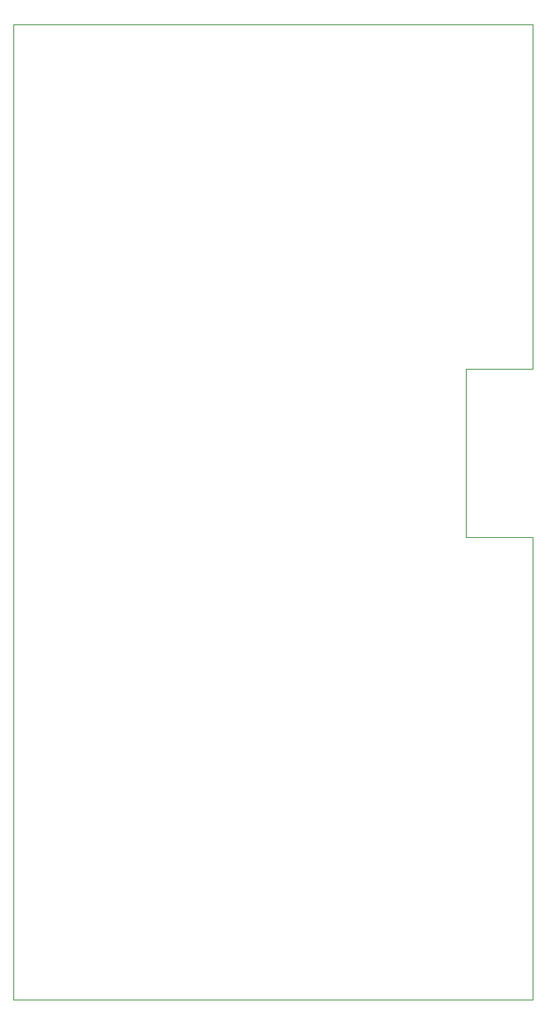
<source format=gbr>
%TF.GenerationSoftware,KiCad,Pcbnew,5.1.6-c6e7f7d~87~ubuntu20.04.1*%
%TF.CreationDate,2020-11-14T10:44:13+07:00*%
%TF.ProjectId,pas-slave-camera-hw,7061732d-736c-4617-9665-2d63616d6572,rev?*%
%TF.SameCoordinates,Original*%
%TF.FileFunction,Profile,NP*%
%FSLAX46Y46*%
G04 Gerber Fmt 4.6, Leading zero omitted, Abs format (unit mm)*
G04 Created by KiCad (PCBNEW 5.1.6-c6e7f7d~87~ubuntu20.04.1) date 2020-11-14 10:44:13*
%MOMM*%
%LPD*%
G01*
G04 APERTURE LIST*
%TA.AperFunction,Profile*%
%ADD10C,0.050000*%
%TD*%
G04 APERTURE END LIST*
D10*
X352394520Y-79557880D02*
X359650000Y-79557880D01*
X359650000Y-42450000D02*
X359650000Y-79557880D01*
X352399600Y-97632520D02*
X352394520Y-79557880D01*
X359650000Y-97632520D02*
X352399600Y-97632520D01*
X359650000Y-147425000D02*
X303650000Y-147425000D01*
X359650000Y-97632520D02*
X359650000Y-147425000D01*
X303650000Y-42450000D02*
X359650000Y-42450000D01*
X303650000Y-147425000D02*
X303650000Y-42450000D01*
M02*

</source>
